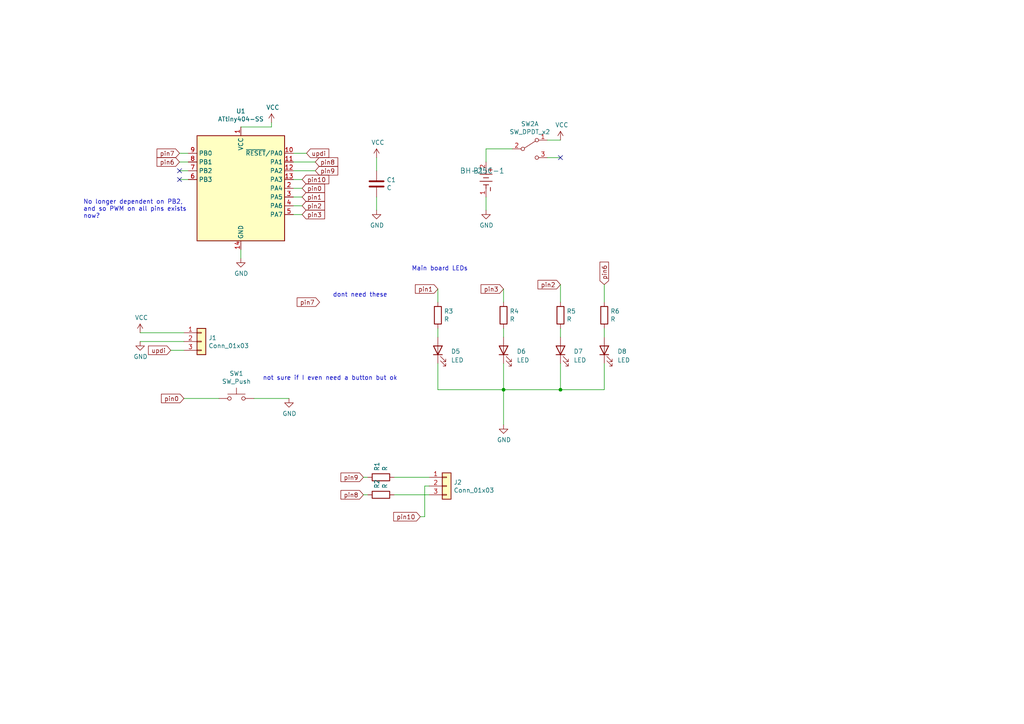
<source format=kicad_sch>
(kicad_sch (version 20211123) (generator eeschema)
  (paper "A4")
  (lib_symbols
    (symbol "Connector_Generic:Conn_01x03" (pin_names (offset 1.016) hide)
      (property "Reference" "J" (at 0 5.08 0))
      (property "Value" "Conn_01x03" (at 0 -5.08 0))
      (symbol "Conn_01x03_1_1"
        (rectangle (start -1.27 -2.413) (end 0 -2.667) (stroke (width 0.1524)))
        (rectangle (start -1.27 0.127) (end 0 -0.127) (stroke (width 0.1524)))
        (rectangle (start -1.27 2.667) (end 0 2.413) (stroke (width 0.1524)))
        (rectangle (start -1.27 3.81) (end 1.27 -3.81) (stroke (width 0.254)) (fill (type background)))
        (pin passive line (at -5.08 2.54 0) (length 3.81) (name "Pin_1") (number "1"))
        (pin passive line (at -5.08 0 0) (length 3.81) (name "Pin_2") (number "2"))
        (pin passive line (at -5.08 -2.54 0) (length 3.81) (name "Pin_3") (number "3"))
      )
    )
    (symbol "Device:C" (pin_numbers hide) (pin_names (offset 0.254))
      (property "Reference" "C" (at 0.635 2.54 0))
      (property "Value" "C" (at 0.635 -2.54 0))
      (symbol "C_0_1"
        (polyline (pts (xy -2.032 -0.762) (xy 2.032 -0.762)) (stroke (width 0.508)))
        (polyline (pts (xy -2.032 0.762) (xy 2.032 0.762)) (stroke (width 0.508)))
      )
      (symbol "C_1_1"
        (pin passive line (at 0 3.81 270) (length 2.794) (name "~") (number "1"))
        (pin passive line (at 0 -3.81 90) (length 2.794) (name "~") (number "2"))
      )
    )
    (symbol "Device:LED" (pin_numbers hide) (pin_names (offset 1.016) hide)
      (property "Reference" "D" (at 0 2.54 0))
      (property "Value" "LED" (at 0 -2.54 0))
      (symbol "LED_0_1"
        (polyline (pts (xy -1.27 -1.27) (xy -1.27 1.27)) (stroke (width 0.254)))
        (polyline (pts (xy -1.27 0) (xy 1.27 0)))
        (polyline (pts (xy 1.27 -1.27) (xy 1.27 1.27) (xy -1.27 0) (xy 1.27 -1.27)) (stroke (width 0.254)))
        (polyline (pts (xy -3.048 -0.762) (xy -4.572 -2.286) (xy -3.81 -2.286) (xy -4.572 -2.286) (xy -4.572 -1.524)))
        (polyline (pts (xy -1.778 -0.762) (xy -3.302 -2.286) (xy -2.54 -2.286) (xy -3.302 -2.286) (xy -3.302 -1.524)))
      )
      (symbol "LED_1_1"
        (pin passive line (at -3.81 0 0) (length 2.54) (name "K") (number "1"))
        (pin passive line (at 3.81 0 180) (length 2.54) (name "A") (number "2"))
      )
    )
    (symbol "Device:R" (pin_numbers hide) (pin_names (offset 0))
      (property "Reference" "R" (at 2.032 0 90))
      (property "Value" "R" (at 0 0 90))
      (symbol "R_0_1"
        (rectangle (start -1.016 -2.54) (end 1.016 2.54) (stroke (width 0.254)))
      )
      (symbol "R_1_1"
        (pin passive line (at 0 3.81 270) (length 1.27) (name "~") (number "1"))
        (pin passive line (at 0 -3.81 90) (length 1.27) (name "~") (number "2"))
      )
    )
    (symbol "MCU_Microchip_ATtiny:ATtiny404-SS"
      (property "Reference" "U" (at -12.7 16.51 0))
      (property "Value" "ATtiny404-SS" (at 2.54 -16.51 0))
      (symbol "ATtiny404-SS_0_1"
        (rectangle (start -12.7 -15.24) (end 12.7 15.24) (stroke (width 0.254)) (fill (type background)))
      )
      (symbol "ATtiny404-SS_1_1"
        (pin power_in line (at 0 17.78 270) (length 2.54) (name "VCC") (number "1"))
        (pin bidirectional line (at 15.24 10.16 180) (length 2.54) (name "~{RESET}/PA0") (number "10"))
        (pin bidirectional line (at 15.24 7.62 180) (length 2.54) (name "PA1") (number "11"))
        (pin bidirectional line (at 15.24 5.08 180) (length 2.54) (name "PA2") (number "12"))
        (pin bidirectional line (at 15.24 2.54 180) (length 2.54) (name "PA3") (number "13"))
        (pin power_in line (at 0 -17.78 90) (length 2.54) (name "GND") (number "14"))
        (pin bidirectional line (at 15.24 0 180) (length 2.54) (name "PA4") (number "2"))
        (pin bidirectional line (at 15.24 -2.54 180) (length 2.54) (name "PA5") (number "3"))
        (pin bidirectional line (at 15.24 -5.08 180) (length 2.54) (name "PA6") (number "4"))
        (pin bidirectional line (at 15.24 -7.62 180) (length 2.54) (name "PA7") (number "5"))
        (pin bidirectional line (at -15.24 2.54 0) (length 2.54) (name "PB3") (number "6"))
        (pin bidirectional line (at -15.24 5.08 0) (length 2.54) (name "PB2") (number "7"))
        (pin bidirectional line (at -15.24 7.62 0) (length 2.54) (name "PB1") (number "8"))
        (pin bidirectional line (at -15.24 10.16 0) (length 2.54) (name "PB0") (number "9"))
      )
    )
    (symbol "Switch:SW_DPDT_x2" (pin_names (offset 0) hide)
      (property "Reference" "SW" (at 0 4.318 0))
      (property "Value" "SW_DPDT_x2" (at 0 -5.08 0))
      (symbol "SW_DPDT_x2_0_0"
        (circle (center -2.032 0) (radius 0.508))
        (circle (center 2.032 -2.54) (radius 0.508))
      )
      (symbol "SW_DPDT_x2_0_1"
        (polyline (pts (xy -1.524 0.254) (xy 1.651 2.286)))
        (circle (center 2.032 2.54) (radius 0.508))
      )
      (symbol "SW_DPDT_x2_1_1"
        (pin passive line (at 5.08 2.54 180) (length 2.54) (name "A") (number "1"))
        (pin passive line (at -5.08 0 0) (length 2.54) (name "B") (number "2"))
        (pin passive line (at 5.08 -2.54 180) (length 2.54) (name "C") (number "3"))
      )
      (symbol "SW_DPDT_x2_2_1"
        (pin passive line (at 5.08 2.54 180) (length 2.54) (name "A") (number "4"))
        (pin passive line (at -5.08 0 0) (length 2.54) (name "B") (number "5"))
        (pin passive line (at 5.08 -2.54 180) (length 2.54) (name "C") (number "6"))
      )
    )
    (symbol "Switch:SW_Push" (pin_numbers hide) (pin_names (offset 1.016) hide)
      (property "Reference" "SW" (at 1.27 2.54 0))
      (property "Value" "SW_Push" (at 0 -1.524 0))
      (symbol "SW_Push_0_1"
        (circle (center -2.032 0) (radius 0.508))
        (polyline (pts (xy 0 1.27) (xy 0 3.048)))
        (polyline (pts (xy 2.54 1.27) (xy -2.54 1.27)))
        (circle (center 2.032 0) (radius 0.508))
        (pin passive line (at -5.08 0 0) (length 2.54) (name "1") (number "1"))
        (pin passive line (at 5.08 0 180) (length 2.54) (name "2") (number "2"))
      )
    )
    (symbol "batt:BH-25C-1" (pin_names (offset 0.254))
      (property "Reference" "B1" (at 2.54 -3.81 90))
      (property "Value" "BH-25C-1" (at 2.54 -7.62 90))
      (symbol "BH-25C-1_0_1"
        (polyline (pts (xy 1.778 1.27) (xy 2.794 1.27)) (stroke (width 0.2032)))
        (polyline (pts (xy 2.286 0.762) (xy 2.286 1.778)) (stroke (width 0.2032)))
        (polyline (pts (xy 2.54 0) (xy 3.4798 0)) (stroke (width 0.2032)))
        (polyline (pts (xy 3.556 -1.778) (xy 3.556 1.778)) (stroke (width 0.2032)))
        (polyline (pts (xy 4.572 0.762) (xy 4.572 -0.762)) (stroke (width 0.2032)))
        (polyline (pts (xy 5.588 -1.778) (xy 5.588 1.778)) (stroke (width 0.2032)))
        (polyline (pts (xy 6.604 0) (xy 7.62 0)) (stroke (width 0.2032)))
        (polyline (pts (xy 6.604 0.762) (xy 6.604 -0.762)) (stroke (width 0.2032)))
        (polyline (pts (xy 7.366 1.27) (xy 8.382 1.27)) (stroke (width 0.2032)))
        (pin power_out line (at 10.16 0 180) (length 2.54) (name "") (number "1"))
        (pin power_out line (at 0 0 0) (length 2.54) (name "") (number "2"))
      )
    )
    (symbol "power:GND" (power) (pin_names (offset 0))
      (property "Value" "GND" (at 0 -3.81 0))
      (symbol "GND_0_1"
        (polyline (pts (xy 0 0) (xy 0 -1.27) (xy 1.27 -1.27) (xy 0 -2.54) (xy -1.27 -1.27) (xy 0 -1.27)))
      )
      (symbol "GND_1_1"
        (pin power_in line (at 0 0 270) (length 0) hide (name "GND") (number "1"))
      )
    )
    (symbol "power:VCC" (power) (pin_names (offset 0))
      (property "Value" "VCC" (at 0 3.81 0))
      (symbol "VCC_0_1"
        (polyline (pts (xy -0.762 1.27) (xy 0 2.54)))
        (polyline (pts (xy 0 0) (xy 0 2.54)))
        (polyline (pts (xy 0 2.54) (xy 0.762 1.27)))
      )
      (symbol "VCC_1_1"
        (pin power_in line (at 0 0 90) (length 0) hide (name "VCC") (number "1"))
      )
    )
  )
  (junction (at 162.56 113.03))
  (junction (at 146.05 113.03))
  (no_connect (at 162.56 45.72))
  (no_connect (at 52.07 52.07))
  (no_connect (at 52.07 49.53))
  (wire (pts (xy 52.07 46.99) (xy 54.61 46.99)))
  (wire (pts (xy 158.75 45.72) (xy 162.56 45.72)))
  (wire (pts (xy 85.09 46.99) (xy 91.44 46.99)))
  (wire (pts (xy 123.19 140.97) (xy 123.19 149.86)))
  (wire (pts (xy 146.05 105.41) (xy 146.05 113.03)))
  (wire (pts (xy 87.63 59.69) (xy 85.09 59.69)))
  (wire (pts (xy 114.3 143.51) (xy 124.46 143.51)))
  (wire (pts (xy 73.66 115.57) (xy 83.82 115.57)))
  (wire (pts (xy 85.09 49.53) (xy 91.44 49.53)))
  (wire (pts (xy 146.05 83.82) (xy 146.05 87.63)))
  (wire (pts (xy 175.26 105.41) (xy 175.26 113.03)))
  (wire (pts (xy 69.85 72.39) (xy 69.85 74.93)))
  (wire (pts (xy 158.75 40.64) (xy 162.56 40.64)))
  (wire (pts (xy 127 83.82) (xy 127 87.63)))
  (wire (pts (xy 85.09 54.61) (xy 87.63 54.61)))
  (wire (pts (xy 175.26 95.25) (xy 175.26 97.79)))
  (wire (pts (xy 88.9 44.45) (xy 85.09 44.45)))
  (wire (pts (xy 78.74 36.83) (xy 69.85 36.83)))
  (wire (pts (xy 40.64 96.52) (xy 53.34 96.52)))
  (wire (pts (xy 85.09 57.15) (xy 87.63 57.15)))
  (wire (pts (xy 162.56 95.25) (xy 162.56 97.79)))
  (wire (pts (xy 78.74 35.56) (xy 78.74 36.83)))
  (wire (pts (xy 146.05 95.25) (xy 146.05 97.79)))
  (wire (pts (xy 127 105.41) (xy 127 113.03)))
  (wire (pts (xy 40.64 99.06) (xy 53.34 99.06)))
  (wire (pts (xy 148.59 43.18) (xy 140.97 43.18)))
  (wire (pts (xy 52.07 52.07) (xy 54.61 52.07)))
  (wire (pts (xy 127 95.25) (xy 127 97.79)))
  (wire (pts (xy 124.46 140.97) (xy 123.19 140.97)))
  (wire (pts (xy 109.22 45.72) (xy 109.22 49.53)))
  (wire (pts (xy 114.3 138.43) (xy 124.46 138.43)))
  (wire (pts (xy 49.53 101.6) (xy 53.34 101.6)))
  (wire (pts (xy 162.56 82.55) (xy 162.56 87.63)))
  (wire (pts (xy 123.19 149.86) (xy 121.92 149.86)))
  (wire (pts (xy 105.41 143.51) (xy 106.68 143.51)))
  (wire (pts (xy 127 113.03) (xy 146.05 113.03)))
  (wire (pts (xy 52.07 49.53) (xy 54.61 49.53)))
  (wire (pts (xy 175.26 82.55) (xy 175.26 87.63)))
  (wire (pts (xy 146.05 113.03) (xy 146.05 123.19)))
  (wire (pts (xy 52.07 44.45) (xy 54.61 44.45)))
  (wire (pts (xy 53.34 115.57) (xy 63.5 115.57)))
  (wire (pts (xy 140.97 57.15) (xy 140.97 60.96)))
  (wire (pts (xy 140.97 43.18) (xy 140.97 46.99)))
  (wire (pts (xy 162.56 105.41) (xy 162.56 113.03)))
  (wire (pts (xy 162.56 113.03) (xy 175.26 113.03)))
  (wire (pts (xy 146.05 113.03) (xy 162.56 113.03)))
  (wire (pts (xy 85.09 62.23) (xy 87.63 62.23)))
  (wire (pts (xy 109.22 57.15) (xy 109.22 60.96)))
  (wire (pts (xy 105.41 138.43) (xy 106.68 138.43)))
  (wire (pts (xy 85.09 52.07) (xy 87.63 52.07)))
  (text "not sure if I even need a button but ok" (at 76.2 110.49 0) (effects (font (size 1.27 1.27)) (justify left bottom)))
  (text "No longer dependent on PB2,\nand so PWM on all pins exists\nnow?" (at 24.13 63.5 0) (effects (font (size 1.27 1.27)) (justify left bottom)))
  (text "dont need these" (at 96.52 86.36 0) (effects (font (size 1.27 1.27)) (justify left bottom)))
  (text "Main board LEDs" (at 119.38 78.74 0) (effects (font (size 1.27 1.27)) (justify left bottom)))
  (global_label "pin7" (shape input) (at 92.71 87.63 180) (property "Intersheet References" "${INTERSHEET_REFS}" (effects hide)))
  (global_label "updi" (shape input) (at 49.53 101.6 180) (property "Intersheet References" "${INTERSHEET_REFS}" (effects hide)))
  (global_label "pin3" (shape input) (at 146.05 83.82 180) (property "Intersheet References" "${INTERSHEET_REFS}" (effects hide)))
  (global_label "pin9" (shape input) (at 91.44 49.53 0) (property "Intersheet References" "${INTERSHEET_REFS}" (effects hide)))
  (global_label "pin2" (shape input) (at 162.56 82.55 180) (property "Intersheet References" "${INTERSHEET_REFS}" (effects hide)))
  (global_label "pin8" (shape input) (at 91.44 46.99 0) (property "Intersheet References" "${INTERSHEET_REFS}" (effects hide)))
  (global_label "pin6" (shape input) (at 52.07 46.99 180) (property "Intersheet References" "${INTERSHEET_REFS}" (effects hide)))
  (global_label "pin10" (shape input) (at 121.92 149.86 180) (property "Intersheet References" "${INTERSHEET_REFS}" (effects hide)))
  (global_label "updi" (shape input) (at 88.9 44.45 0) (property "Intersheet References" "${INTERSHEET_REFS}" (effects hide)))
  (global_label "pin9" (shape input) (at 105.41 138.43 180) (property "Intersheet References" "${INTERSHEET_REFS}" (effects hide)))
  (global_label "pin10" (shape input) (at 87.63 52.07 0) (property "Intersheet References" "${INTERSHEET_REFS}" (effects hide)))
  (global_label "pin1" (shape input) (at 87.63 57.15 0) (property "Intersheet References" "${INTERSHEET_REFS}" (effects hide)))
  (global_label "pin0" (shape input) (at 53.34 115.57 180) (property "Intersheet References" "${INTERSHEET_REFS}" (effects hide)))
  (global_label "pin1" (shape input) (at 127 83.82 180) (property "Intersheet References" "${INTERSHEET_REFS}" (effects hide)))
  (global_label "pin6" (shape input) (at 175.26 82.55 90) (property "Intersheet References" "${INTERSHEET_REFS}" (effects hide)))
  (global_label "pin2" (shape input) (at 87.63 59.69 0) (property "Intersheet References" "${INTERSHEET_REFS}" (effects hide)))
  (global_label "pin7" (shape input) (at 52.07 44.45 180) (property "Intersheet References" "${INTERSHEET_REFS}" (effects hide)))
  (global_label "pin8" (shape input) (at 105.41 143.51 180) (property "Intersheet References" "${INTERSHEET_REFS}" (effects hide)))
  (global_label "pin0" (shape input) (at 87.63 54.61 0) (property "Intersheet References" "${INTERSHEET_REFS}" (effects hide)))
  (global_label "pin3" (shape input) (at 87.63 62.23 0) (property "Intersheet References" "${INTERSHEET_REFS}" (effects hide)))
  (symbol (lib_id "MCU_Microchip_ATtiny:ATtiny404-SS") (at 69.85 54.61 0) (unit 1)
    (property "Reference" "U1" (at 69.85 32.2326 0))
    (property "Value" "ATtiny404-SS" (at 69.85 34.544 0))
    (property "Footprint" "Package_SO:SOIC-14_3.9x8.7mm_P1.27mm" (effects hide))
    (property "Datasheet" "http://ww1.microchip.com/downloads/en/DeviceDoc/50002687A.pdf" (effects hide))
  )
  (symbol (lib_id "power:VCC") (at 78.74 35.56 0) (unit 1)
    (property "Reference" "#PWR0108" (effects hide))
    (property "Value" "VCC" (at 79.121 31.1658 0))
  )
  (symbol (lib_id "Switch:SW_Push") (at 68.58 115.57 0) (unit 1)
    (property "Reference" "SW1" (at 68.58 108.331 0))
    (property "Value" "SW_Push" (at 68.58 110.6424 0))
    (property "Footprint" "Button_Switch_SMD:SW_Push_1P1T_NO_6x6mm_H9.5mm" (effects hide))
  )
  (symbol (lib_id "Connector_Generic:Conn_01x03") (at 58.42 99.06 0) (unit 1)
    (property "Reference" "J1" (at 60.452 97.9932 0) (effects (justify left)))
    (property "Value" "Conn_01x03" (at 60.452 100.3046 0) (effects (justify left)))
    (property "Footprint" "Custom4:custom_updipad_PinHeader_1x03_P2.54mm_Vertical" (effects hide))
  )
  (symbol (lib_id "power:GND") (at 69.85 74.93 0) (unit 1)
    (property "Reference" "#PWR0106" (effects hide))
    (property "Value" "GND" (at 69.977 79.3242 0))
  )
  (symbol (lib_id "Device:LED") (at 175.26 101.6 90) (unit 1)
    (property "Reference" "D8" (at 179.07 101.9174 90) (effects (justify right)))
    (property "Value" "LED" (at 179.07 104.4574 90) (effects (justify right)))
    (property "Footprint" "Custom4:Custom_LessSilkscreenLED_1206_3216Metric_Pad1.42x1.75mm_HandSolder" (effects hide))
  )
  (symbol (lib_id "Device:R") (at 175.26 91.44 0) (unit 1)
    (property "Reference" "R6" (at 177.038 90.2716 0) (effects (justify left)))
    (property "Value" "R" (at 177.038 92.583 0) (effects (justify left)))
    (property "Footprint" "Resistor_SMD:R_1206_3216Metric_Pad1.30x1.75mm_HandSolder" (effects hide))
  )
  (symbol (lib_id "Switch:SW_DPDT_x2") (at 153.67 43.18 0) (unit 1)
    (property "Reference" "SW2" (at 153.67 35.941 0))
    (property "Value" "SW_DPDT_x2" (at 153.67 38.2524 0))
    (property "Footprint" "Button_Switch_SMD:SW_SPDT_CK-JS102011SAQN" (effects hide))
  )
  (symbol (lib_id "Device:R") (at 110.49 143.51 90) (unit 1)
    (property "Reference" "R2" (at 109.3216 141.732 0) (effects (justify left)))
    (property "Value" "R" (at 111.633 141.732 0) (effects (justify left)))
    (property "Footprint" "Resistor_SMD:R_1206_3216Metric_Pad1.30x1.75mm_HandSolder" (effects hide))
  )
  (symbol (lib_id "Device:LED") (at 162.56 101.6 90) (unit 1)
    (property "Reference" "D7" (at 166.37 101.9174 90) (effects (justify right)))
    (property "Value" "LED" (at 166.37 104.4574 90) (effects (justify right)))
    (property "Footprint" "Custom4:Custom_LessSilkscreenLED_1206_3216Metric_Pad1.42x1.75mm_HandSolder" (effects hide))
  )
  (symbol (lib_id "power:VCC") (at 40.64 96.52 0) (unit 1)
    (property "Reference" "#PWR0110" (effects hide))
    (property "Value" "VCC" (at 41.021 92.1258 0))
  )
  (symbol (lib_id "Device:R") (at 110.49 138.43 90) (unit 1)
    (property "Reference" "R1" (at 109.3216 136.652 0) (effects (justify left)))
    (property "Value" "R" (at 111.633 136.652 0) (effects (justify left)))
    (property "Footprint" "Resistor_SMD:R_1206_3216Metric_Pad1.30x1.75mm_HandSolder" (effects hide))
  )
  (symbol (lib_id "Device:LED") (at 146.05 101.6 90) (unit 1)
    (property "Reference" "D6" (at 149.86 101.9174 90) (effects (justify right)))
    (property "Value" "LED" (at 149.86 104.4574 90) (effects (justify right)))
    (property "Footprint" "Custom4:Custom_LessSilkscreenLED_1206_3216Metric_Pad1.42x1.75mm_HandSolder" (effects hide))
  )
  (symbol (lib_id "power:GND") (at 109.22 60.96 0) (unit 1)
    (property "Reference" "#PWR0104" (effects hide))
    (property "Value" "GND" (at 109.347 65.3542 0))
  )
  (symbol (lib_id "power:GND") (at 40.64 99.06 0) (unit 1)
    (property "Reference" "#PWR0109" (effects hide))
    (property "Value" "GND" (at 40.767 103.4542 0))
  )
  (symbol (lib_id "power:VCC") (at 109.22 45.72 0) (unit 1)
    (property "Reference" "#PWR0105" (effects hide))
    (property "Value" "VCC" (at 109.601 41.3258 0))
  )
  (symbol (lib_id "power:GND") (at 83.82 115.57 0) (unit 1)
    (property "Reference" "#PWR0107" (effects hide))
    (property "Value" "GND" (at 83.947 119.9642 0))
  )
  (symbol (lib_id "Device:LED") (at 127 101.6 90) (unit 1)
    (property "Reference" "D5" (at 130.81 101.9174 90) (effects (justify right)))
    (property "Value" "LED" (at 130.81 104.4574 90) (effects (justify right)))
    (property "Footprint" "Custom4:Custom_LessSilkscreenLED_1206_3216Metric_Pad1.42x1.75mm_HandSolder" (effects hide))
  )
  (symbol (lib_id "Device:R") (at 127 91.44 0) (unit 1)
    (property "Reference" "R3" (at 128.778 90.2716 0) (effects (justify left)))
    (property "Value" "R" (at 128.778 92.583 0) (effects (justify left)))
    (property "Footprint" "Resistor_SMD:R_1206_3216Metric_Pad1.30x1.75mm_HandSolder" (effects hide))
  )
  (symbol (lib_id "power:GND") (at 140.97 60.96 0) (unit 1)
    (property "Reference" "#PWR0102" (effects hide))
    (property "Value" "GND" (at 141.097 65.3542 0))
  )
  (symbol (lib_id "batt:BH-25C-1") (at 140.97 46.99 270) (unit 1)
    (property "Reference" "B1" (at 137.16 49.53 90) (effects (font (size 1.524 1.524)) (justify left)))
    (property "Value" "BH-25C-1" (at 133.35 49.53 90) (effects (font (size 1.524 1.524)) (justify left)))
    (property "Footprint" "Custom2:BH-25C-1_ADM" (effects hide))
    (property "Datasheet" "BH-25C-1" (effects hide))
  )
  (symbol (lib_id "power:VCC") (at 162.56 40.64 0) (unit 1)
    (property "Reference" "#PWR0101" (effects hide))
    (property "Value" "VCC" (at 162.941 36.2458 0))
  )
  (symbol (lib_id "Device:R") (at 162.56 91.44 0) (unit 1)
    (property "Reference" "R5" (at 164.338 90.2716 0) (effects (justify left)))
    (property "Value" "R" (at 164.338 92.583 0) (effects (justify left)))
    (property "Footprint" "Resistor_SMD:R_1206_3216Metric_Pad1.30x1.75mm_HandSolder" (effects hide))
  )
  (symbol (lib_id "Device:R") (at 146.05 91.44 0) (unit 1)
    (property "Reference" "R4" (at 147.828 90.2716 0) (effects (justify left)))
    (property "Value" "R" (at 147.828 92.583 0) (effects (justify left)))
    (property "Footprint" "Resistor_SMD:R_1206_3216Metric_Pad1.30x1.75mm_HandSolder" (effects hide))
  )
  (symbol (lib_id "power:GND") (at 146.05 123.19 0) (unit 1)
    (property "Reference" "#PWR0103" (effects hide))
    (property "Value" "GND" (at 146.177 127.5842 0))
  )
  (symbol (lib_id "Device:C") (at 109.22 53.34 0) (unit 1)
    (property "Reference" "C1" (at 112.141 52.1716 0) (effects (justify left)))
    (property "Value" "C" (at 112.141 54.483 0) (effects (justify left)))
    (property "Footprint" "Capacitor_SMD:C_1206_3216Metric_Pad1.33x1.80mm_HandSolder" (effects hide))
  )
  (symbol (lib_id "Connector_Generic:Conn_01x03") (at 129.54 140.97 0) (unit 1)
    (property "Reference" "J2" (at 131.572 139.9032 0) (effects (justify left)))
    (property "Value" "Conn_01x03" (at 131.572 142.2146 0) (effects (justify left)))
    (property "Footprint" "Connector_PinSocket_2.54mm:PinSocket_1x03_P2.54mm_Horizontal" (effects hide))
  )
)
</source>
